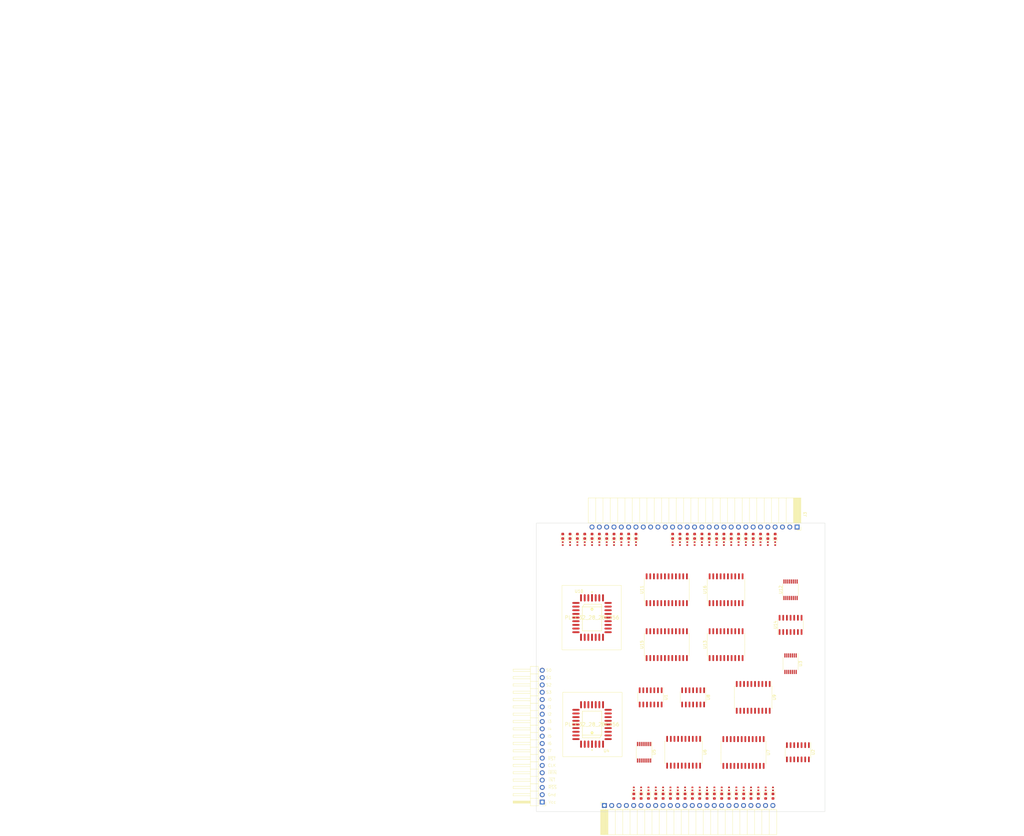
<source format=kicad_pcb>
(kicad_pcb (version 20211014) (generator pcbnew)
  (layers (0 "F.Cu" signal) (31 "B.Cu" signal) (34 "B.Paste" user) (35 "F.Paste" user) (36 "B.SilkS" user "B.Silkscreen") (37 "F.SilkS" user "F.Silkscreen") (38 "B.Mask" user) (39 "F.Mask" user) (44 "Edge.Cuts" user))
  (net 0 "")
  (net 1 "CLOCK")
  (net 2 "GND")
  (net 3 "INST3")
  (net 4 "INST2")
  (net 5 "INST1")
  (net 6 "INST0")
  (net 7 "STEP3")
  (net 8 "STEP2")
  (net 9 "STEP1")
  (net 10 "STEP0")
  (net 11 "RESET")
  (net 12 "μ8")
  (net 13 "μ9")
  (net 14 "μ10")
  (net 15 "~{LATCH_MAR}")
  (net 16 "μ11")
  (net 17 "μ12")
  (net 18 "μ13")
  (net 19 "~{μResetOp}")
  (net 20 "/~{SOFTWARE_RESET}")
  (net 21 "INST6")
  (net 22 "~{MEM_READ}")
  (net 23 "INST7")
  (net 24 "INST5")
  (net 25 "INST4")
  (net 26 "VCC")
  (net 27 "~{MEM_WRITE}")
  (net 28 "~{LATCH_CODE_SEGMENT}")
  (net 29 "μ0")
  (net 30 "μ1")
  (net 31 "μ2")
  (net 32 "~{USE_CODE_SEGMENT}")
  (net 33 "μ3")
  (net 34 "μ4")
  (net 35 "μ5")
  (net 36 "~{CODE_SEGMENT_OUT}")
  (net 37 "μINC_PC")
  (net 38 "~{LATCH_DATA_SEGMENT}")
  (net 39 "~{USE_DATA_SEGMENT}")
  (net 40 "~{DATA_SEGMENT_OUT}")
  (net 41 "~{LATCH_STACK_SEGMENT}")
  (net 42 "~{USE_STACK_SEGMENT}")
  (net 43 "~{STACK_SEGMENT_OUT}")
  (net 44 "GPR0")
  (net 45 "GPR1")
  (net 46 "GPR2")
  (net 47 "GPR3")
  (net 48 "GPR4")
  (net 49 "GPR5")
  (net 50 "GPR6")
  (net 51 "ALU_FUNC_5_EN")
  (net 52 "ALU_FUNC_4")
  (net 53 "ALU_FUNC_3")
  (net 54 "ALU_FUNC_2")
  (net 55 "ALU_FUNC_1")
  (net 56 "ALU_FUNC_0")
  (net 57 "~{LATCH_B}")
  (net 58 "~{LATCH_ACCUMULATOR}")
  (net 59 "JCC_ADR0")
  (net 60 "JCC_ADR1")
  (net 61 "JCC_ADR2")
  (net 62 "JCC_ADR3")
  (net 63 "~{JCC_EN}")
  (net 64 "JCC_LD_PC_COND")
  (net 65 "~{INT_REQUEST}")
  (net 66 "~{LATCH_FLAGS}")
  (net 67 "RESTORE_FLAGS")
  (net 68 "~{FLAGS_OUT}")
  (net 69 "~{PC_BUS_OUT}")
  (net 70 "~{LATCH_PROGRAM_COUNTER}")
  (net 71 "~{PC_DEC}")
  (net 72 "~{SP_BUS_OUT}")
  (net 73 "~{LATCH_STACK_POINTER}")
  (net 74 "~{SP_INC}")
  (net 75 "~{SP_DEC}")
  (net 83 "/EEPROM 0/Q6")
  (net 85 "/Destination | Loads/~{LATCH_PROGRAM_COUNTER}")
  (net 86 "~{IO_REQUEST}")
  (net 87 "~{IRQ_REG_SEL}")
  (net 88 "/Destination | Loads/~{LATCH_IRQ_PRIORITY}")
  (net 89 "~{IRQ_HANDLER_EN}")
  (net 90 "~{IO_READ}")
  (net 91 "~{RESET_IN}")
  (net 92 "~{RESET}")
  (net 93 "~{WR_USE_DATA_SEGMENT}")
  (net 94 "~{RD_USE_DATA_SEGMENT}")
  (net 95 "~{WR_USE_STACK_SEGMENT}")
  (net 96 "~{RD_USE_STACK_SEGMENT}")
  (net 101 "~{μSourceEN}")
  (net 102 "/Source | Reads (Operand)/~{READ0}")
  (net 103 "/Source | Reads (Operand)/~{READ1}")
  (net 104 "/Source | Reads (Operand)/~{READ2}")
  (net 105 "/Source | Reads (Operand)/~{READ3}")
  (net 114 "/Source | Reads (Operand)/NC0")
  (net 115 "/Source | Reads (Operand)/NC1")
  (net 116 "/Source | Reads (Operand)/NC2")
  (net 117 "/Source | Reads (Operand)/NC3")
  (net 118 "/Source | Reads (Operand)/NC4")
  (net 119 "Net-(U8-Pad3)")
  (net 120 "Net-(U8-Pad8)")
  (net 124 "~{LATCH_INSTRUCTION}")
  (net 125 "/Destination | Loads/~{NC11}")
  (net 126 "/Destination | Loads/~{NC12}")
  (net 127 "/Destination | Loads/~{NC3}")
  (net 128 "/Destination | Loads/~{NC4}")
  (net 129 "/Destination | Loads/~{NC5}")
  (net 130 "/Destination | Loads/~{NC6}")
  (net 131 "/Destination | Loads/~{NC7}")
  (net 132 "/Destination | Loads/~{NC8}")
  (net 133 "/Destination | Loads/~{NC9}")
  (net 134 "/Destination | Loads/~{NC10}")
  (net 135 "/Destination | Loads/~{WRITE2}")
  (net 136 "~{μDestEN}")
  (net 137 "/Destination | Loads/~{WRITE0}")
  (net 138 "/Destination | Loads/~{WRITE1}")
  (net 148 "/Destination | Loads/~{cntrl_RESTORE_FLAGS}")
  (net 151 "/Destination | Loads/~{NC0}")
  (net 152 "/Destination | Loads/~{NC1}")
  (net 153 "/Destination | Loads/~{NC2}")
  (net 158 "Net-(D1-Pad1)")
  (net 159 "Net-(D2-Pad1)")
  (net 160 "Net-(D3-Pad1)")
  (net 161 "Net-(D4-Pad1)")
  (net 162 "Net-(D5-Pad1)")
  (net 163 "Net-(D6-Pad1)")
  (net 164 "Net-(D7-Pad1)")
  (net 165 "Net-(D8-Pad1)")
  (net 166 "Net-(D9-Pad1)")
  (net 167 "Net-(D10-Pad1)")
  (net 168 "Net-(D11-Pad1)")
  (net 169 "Net-(D12-Pad1)")
  (net 170 "Net-(D13-Pad1)")
  (net 171 "Net-(D14-Pad1)")
  (net 172 "Net-(D15-Pad1)")
  (net 173 "Net-(D16-Pad1)")
  (net 174 "Net-(D17-Pad1)")
  (net 175 "Net-(D18-Pad1)")
  (net 176 "Net-(D19-Pad1)")
  (net 177 "Net-(D20-Pad1)")
  (net 178 "Net-(D21-Pad1)")
  (net 179 "Net-(D22-Pad1)")
  (net 180 "Net-(D23-Pad1)")
  (net 181 "Net-(D24-Pad1)")
  (net 182 "Net-(D25-Pad1)")
  (net 183 "Net-(D26-Pad1)")
  (net 184 "Net-(D27-Pad1)")
  (net 185 "Net-(D28-Pad1)")
  (net 186 "Net-(D29-Pad1)")
  (net 187 "Net-(D30-Pad1)")
  (net 188 "Net-(D31-Pad1)")
  (net 189 "Net-(D32-Pad1)")
  (net 190 "Net-(D33-Pad1)")
  (net 191 "Net-(D34-Pad1)")
  (net 192 "Net-(D35-Pad1)")
  (net 193 "Net-(D36-Pad1)")
  (net 194 "Net-(D37-Pad1)")
  (net 195 "Net-(D38-Pad1)")
  (net 196 "Net-(D39-Pad1)")
  (net 197 "Net-(D40-Pad1)")
  (net 198 "Net-(D41-Pad1)")
  (net 199 "Net-(D42-Pad1)")
  (net 200 "Net-(D43-Pad1)")
  (net 201 "Net-(D44-Pad1)")
  (net 202 "Net-(D45-Pad1)")
  (net 203 "Net-(D46-Pad1)")
  (net 204 "~{IO_WRITE}")
  (net 205 "~{IRQ_WRITE}")
  (net 206 "~{IRQ_READ}")
  (footprint "LED_SMD:LED_0603_1608Metric" (layer "F.Cu") (at 108.204 54.864 90)
    (fp_text reference "D5" hide)
    (fp_text value "19-217/BHC-ZL1M2RY/3T" hide)
  )
  (footprint "LED_SMD:LED_0603_1608Metric" (layer "F.Cu") (at 168.402 145.034 -90)
    (fp_text reference "D45" hide)
    (fp_text value "19-217/BHC-ZL1M2RY/3T" hide)
  )
  (footprint "Resistor_SMD:R_0402_1005Metric" (layer "F.Cu") (at 160.782 142.494 90)
    (fp_text reference "R42" hide)
    (fp_text value "0402WGF1001TCE" hide)
  )
  (footprint "Connector_PinSocket_2.54mm:PinSocket_1x24_P2.54mm_Horizontal" (layer "F.Cu") (at 112.482 148.254 90)
    (fp_text reference "J2" hide)
    (fp_text value "Conn_01x24" hide)
  )
  (footprint "Resistor_SMD:R_0402_1005Metric" (layer "F.Cu") (at 170.942 142.494 90)
    (fp_text reference "R26" hide)
    (fp_text value "0402WGF1001TCE" hide)
  )
  (footprint "LED_SMD:LED_0603_1608Metric" (layer "F.Cu") (at 165.862 145.034 -90)
    (fp_text reference "D44" hide)
    (fp_text value "19-217/BHC-ZL1M2RY/3T" hide)
  )
  (footprint "Package_SO:SOIC-14_3.9x8.7mm_P1.27mm" (layer "F.Cu") (at 177.038 85.598 90)
    (fp_text reference "U14")
    (fp_text value "74LS08")
  )
  (footprint "Package_SO:TSSOP-14_4.4x5mm_P0.65mm" (layer "F.Cu") (at 177.038 99.06 -90)
    (fp_text reference "U3")
    (fp_text value "74LS00")
  )
  (footprint "Package_SO:SOIC-14_3.9x8.7mm_P1.27mm" (layer "F.Cu") (at 143.256 110.744 -90)
    (fp_text reference "U8")
    (fp_text value "74LS08")
  )
  (footprint "Resistor_SMD:R_0402_1005Metric" (layer "F.Cu") (at 143.002 142.494 90)
    (fp_text reference "R35" hide)
    (fp_text value "0402WGF1001TCE" hide)
  )
  (footprint "LED_SMD:LED_0603_1608Metric" (layer "F.Cu") (at 100.584 54.864 90)
    (fp_text reference "D2" hide)
    (fp_text value "19-217/BHC-ZL1M2RY/3T" hide)
  )
  (footprint "LED_SMD:LED_0603_1608Metric" (layer "F.Cu") (at 141.224 54.8895 90)
    (fp_text reference "D14" hide)
    (fp_text value "19-217/BHC-ZL1M2RY/3T" hide)
  )
  (footprint "LED_SMD:LED_0603_1608Metric" (layer "F.Cu") (at 166.624 54.864 90)
    (fp_text reference "D24" hide)
    (fp_text value "19-217/BHC-ZL1M2RY/3T" hide)
  )
  (footprint "LED_SMD:LED_0603_1608Metric" (layer "F.Cu") (at 103.124 54.864 90)
    (fp_text reference "D3" hide)
    (fp_text value "19-217/BHC-ZL1M2RY/3T" hide)
  )
  (footprint "Resistor_SMD:R_0402_1005Metric" (layer "F.Cu") (at 163.322 142.494 90)
    (fp_text reference "R43" hide)
    (fp_text value "0402WGF1001TCE" hide)
  )
  (footprint "Resistor_SMD:R_0402_1005Metric" (layer "F.Cu") (at 125.222 142.494 90)
    (fp_text reference "R28" hide)
    (fp_text value "0402WGF1001TCE" hide)
  )
  (footprint "Resistor_SMD:R_0402_1005Metric" (layer "F.Cu") (at 164.084 57.404 -90)
    (fp_text reference "R23" hide)
    (fp_text value "0402WGF1001TCE" hide)
  )
  (footprint "LED_SMD:LED_0603_1608Metric" (layer "F.Cu") (at 155.702 145.034 -90)
    (fp_text reference "D40" hide)
    (fp_text value "19-217/BHC-ZL1M2RY/3T" hide)
  )
  (footprint "LED_SMD:LED_0603_1608Metric" (layer "F.Cu") (at 150.622 145.034 -90)
    (fp_text reference "D38" hide)
    (fp_text value "19-217/BHC-ZL1M2RY/3T" hide)
  )
  (footprint "Resistor_SMD:R_0402_1005Metric" (layer "F.Cu") (at 115.824 57.404 -90)
    (fp_text reference "R8" hide)
    (fp_text value "0402WGF1001TCE" hide)
  )
  (footprint "Resistor_SMD:R_0402_1005Metric" (layer "F.Cu") (at 118.364 57.404 -90)
    (fp_text reference "R9" hide)
    (fp_text value "0402WGF1001TCE" hide)
  )
  (footprint "LED_SMD:LED_0603_1608Metric" (layer "F.Cu") (at 123.444 54.864 90)
    (fp_text reference "D11" hide)
    (fp_text value "19-217/BHC-ZL1M2RY/3T" hide)
  )
  (footprint "LED_SMD:LED_0603_1608Metric" (layer "F.Cu") (at 140.462 145.034 -90)
    (fp_text reference "D34" hide)
    (fp_text value "19-217/BHC-ZL1M2RY/3T" hide)
  )
  (footprint "LED_SMD:LED_0603_1608Metric" (layer "F.Cu") (at 148.844 54.864 90)
    (fp_text reference "D17" hide)
    (fp_text value "19-217/BHC-ZL1M2RY/3T" hide)
  )
  (footprint "LED_SMD:LED_0603_1608Metric" (layer "F.Cu") (at 153.162 145.034 -90)
    (fp_text reference "D39" hide)
    (fp_text value "19-217/BHC-ZL1M2RY/3T" hide)
  )
  (footprint "Resistor_SMD:R_0402_1005Metric" (layer "F.Cu") (at 113.284 57.404 -90)
    (fp_text reference "R7" hide)
    (fp_text value "0402WGF1001TCE" hide)
  )
  (footprint "LED_SMD:LED_0603_1608Metric" (layer "F.Cu") (at 163.322 145.034 -90)
    (fp_text reference "D43" hide)
    (fp_text value "19-217/BHC-ZL1M2RY/3T" hide)
  )
  (footprint "LED_SMD:LED_0603_1608Metric" (layer "F.Cu") (at 132.842 145.034 -90)
    (fp_text reference "D31" hide)
    (fp_text value "19-217/BHC-ZL1M2RY/3T" hide)
  )
  (footprint "Resistor_SMD:R_0402_1005Metric" (layer "F.Cu") (at 127.762 142.494 90)
    (fp_text reference "R29" hide)
    (fp_text value "0402WGF1001TCE" hide)
  )
  (footprint "Resistor_SMD:R_0402_1005Metric" (layer "F.Cu") (at 143.764 57.404 -90)
    (fp_text reference "R15" hide)
    (fp_text value "0402WGF1001TCE" hide)
  )
  (footprint "Connector_PinHeader_2.54mm:PinHeader_1x19_P2.54mm_Horizontal" (layer "F.Cu") (at 90.932 147.066 180)
    (fp_text reference "J1" hide)
    (fp_text value "Conn_01x19" hide)
  )
  (footprint "Resistor_SMD:R_0402_1005Metric" (layer "F.Cu") (at 136.144 57.404 -90)
    (fp_text reference "R12" hide)
    (fp_text value "0402WGF1001TCE" hide)
  )
  (footprint "Resistor_SMD:R_0402_1005Metric" (layer "F.Cu") (at 100.584 57.404 -90)
    (fp_text reference "R2" hide)
    (fp_text value "0402WGF1001TCE" hide)
  )
  (footprint "Resistor_SMD:R_0402_1005Metric" (layer "F.Cu") (at 105.664 57.404 -90)
    (fp_text reference "R4" hide)
    (fp_text value "0402WGF1001TCE" hide)
  )
  (footprint "LED_SMD:LED_0603_1608Metric" (layer "F.Cu") (at 143.002 145.034 -90)
    (fp_text reference "D35" hide)
    (fp_text value "19-217/BHC-ZL1M2RY/3T" hide)
  )
  (footprint "Resistor_SMD:R_0402_1005Metric" (layer "F.Cu") (at 156.464 57.402 -90)
    (fp_text reference "R20" hide)
    (fp_text value "0402WGF1001TCE" hide)
  )
  (footprint "Resistor_SMD:R_0402_1005Metric" (layer "F.Cu") (at 122.682 142.494 90)
    (fp_text reference "R27" hide)
    (fp_text value "0402WGF1001TCE" hide)
  )
  (footprint "Resistor_SMD:R_0402_1005Metric" (layer "F.Cu") (at 123.444 57.404 -90)
    (fp_text reference "R11" hide)
    (fp_text value "0402WGF1001TCE" hide)
  )
  (footprint "LED_SMD:LED_0603_1608Metric" (layer "F.Cu") (at 130.302 145.034 -90)
    (fp_text reference "D30" hide)
    (fp_text value "19-217/BHC-ZL1M2RY/3T" hide)
  )
  (footprint "LED_SMD:LED_0603_1608Metric" (layer "F.Cu") (at 156.464 54.864 90)
    (fp_text reference "D20" hide)
    (fp_text value "19-217/BHC-ZL1M2RY/3T" hide)
  )
  (footprint "Resistor_SMD:R_0402_1005Metric" (layer "F.Cu") (at 103.124 57.404 -90)
    (fp_text reference "R3" hide)
    (fp_text value "0402WGF1001TCE" hide)
  )
  (footprint "Resistor_SMD:R_0402_1005Metric" (layer "F.Cu") (at 153.924 57.404 -90)
    (fp_text reference "R19" hide)
    (fp_text value "0402WGF1001TCE" hide)
  )
  (footprint "Resistor_SMD:R_0402_1005Metric" (layer "F.Cu") (at 159.004 57.404 -90)
    (fp_text reference "R21" hide)
    (fp_text value "0402WGF1001TCE" hide)
  )
  (footprint "LED_SMD:LED_0603_1608Metric" (layer "F.Cu") (at 161.544 54.864 90)
    (fp_text reference "D22" hide)
    (fp_text value "19-217/BHC-ZL1M2RY/3T" hide)
  )
  (footprint "LED_SMD:LED_0603_1608Metric" (layer "F.Cu") (at 145.542 145.034 -90)
    (fp_text reference "D36" hide)
    (fp_text value "19-217/BHC-ZL1M2RY/3T" hide)
  )
  (footprint "Resistor_SMD:R_0402_1005Metric" (layer "F.Cu") (at 166.624 57.404 -90)
    (fp_text reference "R24" hide)
    (fp_text value "0402WGF1001TCE" hide)
  )
  (footprint "LED_SMD:LED_0603_1608Metric" (layer "F.Cu") (at 160.782 145.034 -90)
    (fp_text reference "D42" hide)
    (fp_text value "19-217/BHC-ZL1M2RY/3T" hide)
  )
  (footprint "Package_SO:SOIC-14_3.9x8.7mm_P1.27mm" (layer "F.Cu") (at 179.578 129.794 -90)
    (fp_text reference "U2")
    (fp_text value "74LS08")
  )
  (footprint "LED_SMD:LED_0603_1608Metric" (layer "F.Cu") (at 153.924 54.864 90)
    (fp_text reference "D19" hide)
    (fp_text value "19-217/BHC-ZL1M2RY/3T" hide)
  )
  (footprint "LED_SMD:LED_0603_1608Metric" (layer "F.Cu") (at 158.242 145.034 -90)
    (fp_text reference "D41" hide)
    (fp_text value "19-217/BHC-ZL1M2RY/3T" hide)
  )
  (footprint "Package_SO:TSSOP-16_4.4x5mm_P0.65mm" (layer "F.Cu") (at 126.238 129.794 -90)
    (fp_text reference "U5")
    (fp_text value "74LS139")
  )
  (footprint "Package_SO:SOIC-20W_7.5x12.8mm_P1.27mm" (layer "F.Cu") (at 154.686 73.406 90)
    (fp_text reference "U16")
    (fp_text value "74LS245")
  )
  (footprint "Package_SO:SOIC-24W_7.5x15.4mm_P1.27mm" (layer "F.Cu") (at 134.112 92.456 90)
    (fp_text reference "U15")
    (fp_text value "74LS154")
  )
  (footprint "Package_SO:TSSOP-16_4.4x5mm_P0.65mm" (layer "F.Cu") (at 177.038 73.406 90)
    (fp_text reference "U12")
    (fp_text value "74LS139")
  )
  (footprint "LED_SMD:LED_0603_1608Metric" (layer "F.Cu") (at 136.144 54.864 90)
    (fp_text reference "D12" hide)
    (fp_text value "19-217/BHC-ZL1M2RY/3T" hide)
  )
  (footprint "Resistor_SMD:R_0402_1005Metric" (layer "F.Cu") (at 158.242 142.494 90)
    (fp_text reference "R41" hide)
    (fp_text value "0402WGF1001TCE" hide)
  )
  (footprint "Resistor_SMD:R_0402_1005Metric" (layer "F.Cu") (at 130.302 142.494 90)
    (fp_text reference "R30" hide)
    (fp_text value "0402WGF1001TCE" hide)
  )
  (footprint "LED_SMD:LED_0603_1608Metric" (layer "F.Cu") (at 118.364 54.8385 90)
    (fp_text reference "D9" hide)
    (fp_text value "19-217/BHC-ZL1M2RY/3T" hide)
  )
  (footprint "LED_SMD:LED_0603_1608Metric" (layer "F.Cu") (at 169.164 54.8895 90)
    (fp_text reference "D25" hide)
    (fp_text value "19-217/BHC-ZL1M2RY/3T" hide)
  )
  (footprint "Resistor_SMD:R_0402_1005Metric" (layer "F.Cu") (at 135.382 142.494 90)
    (fp_text reference "R32" hide)
    (fp_text value "0402WGF1001TCE" hide)
  )
  (footprint "Resistor_SMD:R_0402_1005Metric" (layer "F.Cu") (at 132.842 142.494 90)
    (fp_text reference "R31" hide)
    (fp_text value "0402WGF1001TCE" hide)
  )
  (footprint "Resistor_SMD:R_0402_1005Metric" (layer "F.Cu") (at 171.704 57.404 -90)
    (fp_text reference "R46" hide)
    (fp_text value "0402WGF1001TCE" hide)
  )
  (footprint "Package_SO:SOIC-24W_7.5x15.4mm_P1.27mm" (layer "F.Cu") (at 134.112 73.406 90)
    (fp_text reference "U11")
    (fp_text value "74LS154")
  )
  (footprint "Package_SO:SOIC-20W_7.5x12.8mm_P1.27mm" (layer "F.Cu") (at 154.686 92.456 90)
    (fp_text reference "U13")
    (fp_text value "74LS245")
  )
  (footprint "LED_SMD:LED_0603_1608Metric" (layer "F.Cu") (at 148.082 145.034 -90)
    (fp_text reference "D37" hide)
    (fp_text value "19-217/BHC-ZL1M2RY/3T" hide)
  )
  (footprint "LED_SMD:LED_0603_1608Metric" (layer "F.Cu") (at 113.284 54.864 90)
    (fp_text reference "D7" hide)
    (fp_text value "19-217/BHC-ZL1M2RY/3T" hide)
  )
  (footprint "Resistor_SMD:R_0402_1005Metric" (layer "F.Cu") (at 155.702 142.494 90)
    (fp_text reference "R40" hide)
    (fp_text value "0402WGF1001TCE" hide)
  )
  (footprint "Resistor_SMD:R_0402_1005Metric" (layer "F.Cu") (at 145.542 142.494 90)
    (fp_text reference "R36" hide)
    (fp_text value "0402WGF1001TCE" hide)
  )
  (footprint "LED_SMD:LED_0603_1608Metric" (layer "F.Cu") (at 171.704 54.864 90)
    (fp_text reference "D46" hide)
    (fp_text value "19-217/BHC-ZL1M2RY/3T" hide)
  )
  (footprint "Resistor_SMD:R_0402_1005Metric" (layer "F.Cu") (at 151.384 57.406 -90)
    (fp_text reference "R18" hide)
    (fp_text value "0402WGF1001TCE" hide)
  )
  (footprint "Resistor_SMD:R_0402_1005Metric" (layer "F.Cu") (at 148.844 57.404 -90)
    (fp_text reference "R17" hide)
    (fp_text value "0402WGF1001TCE" hide)
  )
  (footprint "LED_SMD:LED_0603_1608Metric" (layer "F.Cu") (at 146.304 54.8385 90)
    (fp_text reference "D16" hide)
    (fp_text value "19-217/BHC-ZL1M2RY/3T" hide)
  )
  (footprint "LED_SMD:LED_0603_1608Metric" (layer "F.Cu") (at 105.664 54.864 90)
    (fp_text reference "D4" hide)
    (fp_text value "19-217/BHC-ZL1M2RY/3T" hide)
  )
  (footprint "Stephenv6:PLCC-32-SOCKET-Microchip-32J-10_2001-B-IPC_A" (layer "F.Cu") (at 108.204 120.142 180)
    (fp_text reference "U4")
    (fp_text value "PLCC32_28_28C256")
  )
  (footprint "Resistor_SMD:R_0402_1005Metric" (layer "F.Cu") (at 169.164 57.404 -90)
    (fp_text reference "R25" hide)
    (fp_text value "0402WGF1001TCE" hide)
  )
  (footprint "Resistor_SMD:R_0402_1005Metric" (layer "F.Cu") (at 138.684 57.404 -90)
    (fp_text reference "R13" hide)
    (fp_text value "0402WGF1001TCE" hide)
  )
  (footprint "Resistor_SMD:R_0402_1005Metric" (layer "F.Cu") (at 165.862 142.494 90)
    (fp_text reference "R44" hide)
    (fp_text value "0402WGF1001TCE" hide)
  )
  (footprint "Resistor_SMD:R_0402_1005Metric" (layer "F.Cu") (at 98.044 57.404 -90)
    (fp_text reference "R1" hide)
    (fp_text value "0402WGF1001TCE" hide)
  )
  (footprint "Resistor_SMD:R_0402_1005Metric" (layer "F.Cu") (at 168.402 142.494 90)
    (fp_text reference "R45" hide)
    (fp_text value "0402WGF1001TCE" hide)
  )
  (footprint "LED_SMD:LED_0603_1608Metric" (layer "F.Cu") (at 159.004 54.864 90)
    (fp_text reference "D21" hide)
    (fp_text value "19-217/BHC-ZL1M2RY/3T" hide)
  )
  (footprint "Resistor_SMD:R_0402_1005Metric" (layer "F.Cu") (at 108.204 57.404 -90)
    (fp_text reference "R5" hide)
    (fp_text value "0402WGF1001TCE" hide)
  )
  (footprint "LED_SMD:LED_0603_1608Metric" (layer "F.Cu") (at 170.942 145.034 -90)
    (fp_text reference "D26" hide)
    (fp_text value "19-217/BHC-ZL1M2RY/3T" hide)
  )
  (footprint "LED_SMD:LED_0603_1608Metric" (layer "F.Cu") (at 120.904 54.8385 90)
    (fp_text reference "D10" hide)
    (fp_text value "19-217/BHC-ZL1M2RY/3T" hide)
  )
  (footprint "LED_SMD:LED_0603_1608Metric" (layer "F.Cu") (at 143.764 54.864 90)
    (fp_text reference "D15" hide)
    (fp_text value "19-217/BHC-ZL1M2RY/3T" hide)
  )
  (footprint "LED_SMD:LED_0603_1608Metric" (layer "F.Cu") (at 115.824 54.864 90)
    (fp_text reference "D8" hide)
    (fp_text value "19-217/BHC-ZL1M2RY/3T" hide)
  )
  (footprint "Resistor_SMD:R_0402_1005Metric" (layer "F.Cu") (at 141.224 57.404 -90)
    (fp_text reference "R14" hide)
    (fp_text value "0402WGF1001TCE" hide)
  )
  (footprint "LED_SMD:LED_0603_1608Metric" (layer "F.Cu") (at 98.044 54.864 90)
    (fp_text reference "D1" hide)
    (fp_text value "19-217/BHC-ZL1M2RY/3T" hide)
  )
  (footprint "LED_SMD:LED_0603_1608Metric" (layer "F.Cu") (at 122.682 145.034 -90)
    (fp_text reference "D27" hide)
    (fp_text value "19-217/BHC-ZL1M2RY/3T" hide)
  )
  (footprint "LED_SMD:LED_0603_1608Metric" (layer "F.Cu") (at 127.762 145.034 -90)
    (fp_text reference "D29" hide)
    (fp_text value "19-217/BHC-ZL1M2RY/3T" hide)
  )
  (footprint "LED_SMD:LED_0603_1608Metric" (layer "F.Cu") (at 110.744 54.864 90)
    (fp_text reference "D6" hide)
    (fp_text value "19-217/BHC-ZL1M2RY/3T" hide)
  )
  (footprint "Connector_PinSocket_2.54mm:PinSocket_1x29_P2.54mm_Horizontal" (layer "F.Cu") (at 179.309 51.644 -90)
    (fp_text reference "J3")
    (fp_text value "Conn_01x29")
  )
  (footprint "LED_SMD:LED_0603_1608Metric" (layer "F.Cu") (at 164.084 54.864 90)
    (fp_text reference "D23" hide)
    (fp_text value "19-217/BHC-ZL1M2RY/3T" hide)
  )
  (footprint "LED_SMD:LED_0603_1608Metric" (layer "F.Cu") (at 138.684 54.864 90)
    (fp_text reference "D13" hide)
    (fp_text value "19-217/BHC-ZL1M2RY/3T" hide)
  )
  (footprint "Resistor_SMD:R_0402_1005Metric" (layer "F.Cu") (at 137.922 142.494 90)
    (fp_text reference "R33" hide)
    (fp_text value "0402WGF1001TCE" hide)
  )
  (footprint "Stephenv6:PLCC-32-SOCKET-Microchip-32J-10_2001-B-IPC_A" (layer "F.Cu") (at 108.189552 83.058)
    (fp_text reference "U10")
    (fp_text value "PLCC32_28_28C256")
  )
  (footprint "LED_SMD:LED_0603_1608Metric" (layer "F.Cu") (at 137.922 145.034 -90)
    (fp_text reference "D33" hide)
    (fp_text value "19-217/BHC-ZL1M2RY/3T" hide)
  )
  (footprint "LED_SMD:LED_0603_1608Metric" (layer "F.Cu") (at 151.384 54.864 90)
    (fp_text reference "D18" hide)
    (fp_text value "19-217/BHC-ZL1M2RY/3T" hide)
  )
  (footprint "LED_SMD:LED_0603_1608Metric" (layer "F.Cu") (at 135.382 145.034 -90)
    (fp_text reference "D32" hide)
    (fp_text value "19-217/BHC-ZL1M2RY/3T" hide)
  )
  (footprint "Package_SO:SOIC-20W_7.5x12.8mm_P1.27mm" (layer "F.Cu") (at 139.954 129.794 -90)
    (fp_text reference "U6")
    (fp_text value "74LS245")
  )
  (footprint "Package_SO:SOIC-20W_7.5x12.8mm_P1.27mm" (layer "F.Cu") (at 164.084 110.744 -90)
    (fp_text reference "U9")
    (fp_text value "74LS245")
  )
  (footprint "LED_SMD:LED_0603_1608Metric" (layer "F.Cu") (at 125.222 145.034 -90)
    (fp_text reference "D28" hide)
    (fp_text value "19-217/BHC-ZL1M2RY/3T" hide)
  )
  (footprint "Resistor_SMD:R_0402_1005Metric" (layer "F.Cu") (at 110.744 57.404 -90)
    (fp_text reference "R6" hide)
    (fp_text value "0402WGF1001TCE" hide)
  )
  (footprint "Resistor_SMD:R_0402_1005Metric" (layer "F.Cu") (at 140.462 142.494 90)
    (fp_text reference "R34" hide)
    (fp_text value "0402WGF1001TCE" hide)
  )
  (footprint "Resistor_SMD:R_0402_1005Metric" (layer "F.Cu") (at 161.544 57.404 -90)
    (fp_text reference "R22" hide)
    (fp_text value "0402WGF1001TCE" hide)
  )
  (footprint "Package_SO:SOIC-14_3.9x8.7mm_P1.27mm" (layer "F.Cu") (at 128.524 110.744 -90)
    (fp_text reference "U1")
    (fp_text value "74LS08")
  )
  (footprint "Resistor_SMD:R_0402_1005Metric" (layer "F.Cu") (at 146.304 57.404 -90)
    (fp_text reference "R16" hide)
    (fp_text value "0402WGF1001TCE" hide)
  )
  (footprint "Resistor_SMD:R_0402_1005Metric" (layer "F.Cu") (at 120.904 57.404 -90)
    (fp_text reference "R10" hide)
    (fp_text value "0402WGF1001TCE" hide)
  )
  (footprint "Resistor_SMD:R_0402_1005Metric" (layer "F.Cu") (at 153.162 142.494 90)
    (fp_text reference "R39" hide)
    (fp_text value "0402WGF1001TCE" hide)
  )
  (footprint "Resistor_SMD:R_0402_1005Metric" (layer "F.Cu") (at 148.082 142.494 90)
    (fp_text reference "R37" hide)
    (fp_text value "0402WGF1001TCE" hide)
  )
  (footprint "Resistor_SMD:R_0402_1005Metric" (layer "F.Cu") (at 150.622 142.494 90)
    (fp_text reference "R38" hide)
    (fp_text value "0402WGF1001TCE" hide)
  )
  (footprint "Package_SO:SOIC-24W_7.5x15.4mm_P1.27mm" (layer "F.Cu") (at 160.7185 129.872 -90)
    (fp_text reference "U7")
    (fp_text value "74LS154")
  )
  (gr_rect (start 88.9 150.368) (end 188.976 50.292) (layer "Edge.Cuts") (width 0.1) (fill none))
  (gr_text "I7" (at 94.234 129.286) (layer "F.SilkS") (effects (font (size 1 1) (thickness 0.1)) (justify right)))
  (gr_text "S1" (at 94.234 103.886) (layer "F.SilkS") (effects (font (size 1 1) (thickness 0.1)) (justify right)))
  (gr_text "S3" (at 94.234 108.966) (layer "F.SilkS") (effects (font (size 1 1) (thickness 0.1)) (justify right)))
  (gr_text "I4" (at 94.234 121.666) (layer "F.SilkS") (effects (font (size 1 1) (thickness 0.1)) (justify right)))
  (gr_text "~{RST}" (at 94.234 132.08) (layer "F.SilkS") (effects (font (size 1 1) (thickness 0.1))))
  (gr_text "Gnd" (at 95.758 144.526) (layer "F.SilkS") (effects (font (size 1 1) (thickness 0.1)) (justify right)))
  (gr_text "I2" (at 94.234 116.586) (layer "F.SilkS") (effects (font (size 1 1) (thickness 0.1)) (justify right)))
  (gr_text "I1" (at 94.234 114.046) (layer "F.SilkS") (effects (font (size 1 1) (thickness 0.1)) (justify right)))
  (gr_text "S0" (at 94.234 101.346) (layer "F.SilkS") (effects (font (size 1 1) (thickness 0.1)) (justify right)))
  (gr_text "I3" (at 94.234 119.126) (layer "F.SilkS") (effects (font (size 1 1) (thickness 0.1)) (justify right)))
  (gr_text "Vcc" (at 95.758 147.066) (layer "F.SilkS") (effects (font (size 1 1) (thickness 0.1)) (justify right)))
  (gr_text "~{IRIN}" (at 96.012 136.906) (layer "F.SilkS") (effects (font (size 1 1) (thickness 0.1)) (justify right)))
  (gr_text "S2" (at 94.234 106.426) (layer "F.SilkS") (effects (font (size 1 1) (thickness 0.1)) (justify right)))
  (gr_text "~{INT}" (at 95.504 139.446) (layer "F.SilkS") (effects (font (size 1 1) (thickness 0.1)) (justify right)))
  (gr_text "~{RSS}" (at 96.012 141.986) (layer "F.SilkS") (effects (font (size 1 1) (thickness 0.1)) (justify right)))
  (gr_text "CLK" (at 95.758 134.366) (layer "F.SilkS") (effects (font (size 1 1) (thickness 0.1)) (justify right)))
  (gr_text "I6" (at 94.234 126.746) (layer "F.SilkS") (effects (font (size 1 1) (thickness 0.1)) (justify right)))
  (gr_text "I5" (at 94.234 124.206) (layer "F.SilkS") (effects (font (size 1 1) (thickness 0.1)) (justify right)))
  (gr_text "I0" (at 94.234 111.506) (layer "F.SilkS") (effects (font (size 1 1) (thickness 0.1)) (justify right)))
)
</source>
